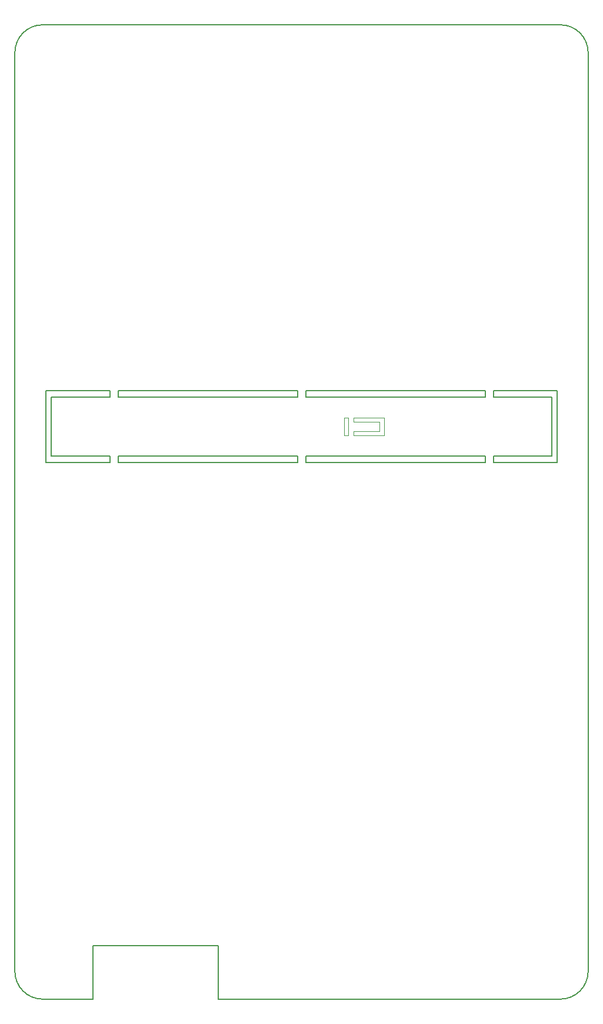
<source format=gbr>
G04 #@! TF.GenerationSoftware,KiCad,Pcbnew,6.0.9-8da3e8f707~117~ubuntu22.04.1*
G04 #@! TF.CreationDate,2023-01-10T09:45:36+01:00*
G04 #@! TF.ProjectId,qCamPCR,7143616d-5043-4522-9e6b-696361645f70,rev?*
G04 #@! TF.SameCoordinates,Original*
G04 #@! TF.FileFunction,Profile,NP*
%FSLAX46Y46*%
G04 Gerber Fmt 4.6, Leading zero omitted, Abs format (unit mm)*
G04 Created by KiCad (PCBNEW 6.0.9-8da3e8f707~117~ubuntu22.04.1) date 2023-01-10 09:45:36*
%MOMM*%
%LPD*%
G01*
G04 APERTURE LIST*
G04 #@! TA.AperFunction,Profile*
%ADD10C,0.150000*%
G04 #@! TD*
G04 #@! TA.AperFunction,Profile*
%ADD11C,0.150001*%
G04 #@! TD*
G04 #@! TA.AperFunction,Profile*
%ADD12C,0.100000*%
G04 #@! TD*
G04 APERTURE END LIST*
D10*
X70000000Y-162300000D02*
X88000000Y-162300000D01*
D11*
X72411984Y-82548251D02*
X63173309Y-82548251D01*
X72411984Y-83448251D02*
X63973309Y-83448074D01*
D10*
X72411984Y-91948075D02*
X72411984Y-92848075D01*
X73611984Y-82548251D02*
X73611984Y-83448074D01*
X126411984Y-82548251D02*
X126411984Y-83448074D01*
X73611984Y-91948075D02*
X73611984Y-92848075D01*
X126411984Y-91948075D02*
X126411984Y-92848075D01*
X127611984Y-91948075D02*
X127611984Y-92848075D01*
X127611984Y-82548251D02*
X127611984Y-83448074D01*
X135998276Y-91948075D02*
X135998276Y-83448074D01*
X136798276Y-82548251D02*
X136798276Y-92848075D01*
X73611984Y-83448074D02*
X99411984Y-83448074D01*
X88000000Y-162300000D02*
X88000000Y-169981846D01*
X141241405Y-33963397D02*
X141241405Y-165994786D01*
X58741177Y-165994786D02*
G75*
G03*
X62728467Y-169982023I3987323J86D01*
G01*
D12*
X107450000Y-86434233D02*
X111850000Y-86434233D01*
X107450000Y-88361915D02*
X111250000Y-88361915D01*
D11*
X70000000Y-169981846D02*
X62728467Y-169981669D01*
D10*
X100611984Y-82548251D02*
X100611984Y-83448074D01*
X100611984Y-91948075D02*
X100611984Y-92848075D01*
X100611984Y-91948075D02*
X126411984Y-91948075D01*
X99411984Y-91948075D02*
X99411984Y-92848075D01*
D11*
X63173309Y-82548251D02*
X63173309Y-92848075D01*
D10*
X72411984Y-82548251D02*
X72411984Y-83448074D01*
X62728467Y-29976507D02*
G75*
G03*
X58741407Y-33963574I-7J-3987053D01*
G01*
X73611984Y-92848075D02*
X99411984Y-92848075D01*
D12*
X111850000Y-86434233D02*
X111850000Y-88961915D01*
X107450000Y-88361915D02*
X107450000Y-88961915D01*
X106150000Y-88961915D02*
X106750000Y-88961915D01*
X107450000Y-87034233D02*
X111250000Y-87034233D01*
X106750000Y-86434233D02*
X106750000Y-88961915D01*
X107450000Y-86434233D02*
X107450000Y-87034233D01*
D11*
X63973309Y-83448074D02*
X63973309Y-91948075D01*
D10*
X127611984Y-83448074D02*
X135998276Y-83448074D01*
X127611984Y-82548251D02*
X136798276Y-82548251D01*
X63973309Y-91948075D02*
X72411984Y-91948075D01*
X70000000Y-169981846D02*
X70000000Y-162300000D01*
D12*
X106150000Y-86434233D02*
X106150000Y-88961915D01*
D10*
X100611984Y-82548251D02*
X126411984Y-82548251D01*
D11*
X137254168Y-29976514D02*
X62728467Y-29976514D01*
D10*
X141241340Y-33963397D02*
G75*
G03*
X137254168Y-29976160I-3987140J97D01*
G01*
X88000000Y-169981846D02*
X137254168Y-169981846D01*
X127611984Y-91948075D02*
X135998276Y-91948075D01*
D12*
X111250000Y-87034233D02*
X111250000Y-88361915D01*
X107450000Y-88961915D02*
X111850000Y-88961915D01*
D10*
X73611984Y-82548251D02*
X99411984Y-82548251D01*
D12*
X106150000Y-86434233D02*
X106750000Y-86434233D01*
D10*
X73611984Y-91948075D02*
X99411984Y-91948075D01*
X100611984Y-83448074D02*
X126411984Y-83448074D01*
X63173309Y-92848075D02*
X72411984Y-92848075D01*
X137254168Y-169981828D02*
G75*
G03*
X141241228Y-165994786I32J3987028D01*
G01*
X127611984Y-92848075D02*
X136798276Y-92848075D01*
X100611984Y-92848075D02*
X126411984Y-92848075D01*
X99411984Y-82548251D02*
X99411984Y-83448074D01*
D11*
X58741407Y-33963574D02*
X58741230Y-165994786D01*
M02*

</source>
